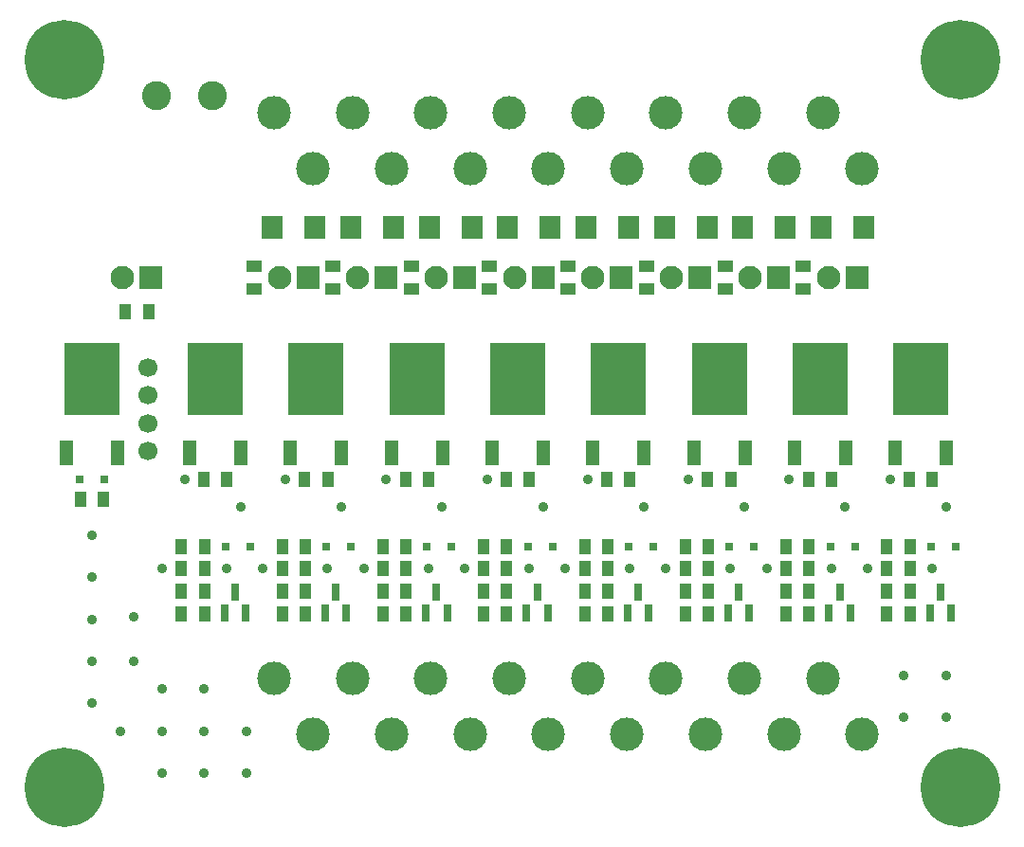
<source format=gts>
G04 Layer_Color=8388736*
%FSLAX25Y25*%
%MOIN*%
G70*
G01*
G75*
%ADD10R,0.05118X0.08661*%
%ADD11R,0.19685X0.25197*%
%ADD12R,0.04134X0.05709*%
%ADD13R,0.02756X0.02756*%
%ADD14R,0.05709X0.04134*%
%ADD15R,0.07480X0.07874*%
%ADD16R,0.02756X0.05906*%
%ADD17C,0.10236*%
%ADD18C,0.27953*%
%ADD19C,0.11824*%
%ADD20C,0.08268*%
%ADD21R,0.08268X0.08268*%
%ADD22C,0.03543*%
%ADD23C,0.06693*%
D10*
X63858Y137402D02*
D03*
X81811D02*
D03*
X20551D02*
D03*
X38504D02*
D03*
X311890D02*
D03*
X329842D02*
D03*
X276457D02*
D03*
X294409D02*
D03*
X241024D02*
D03*
X258976D02*
D03*
X205591D02*
D03*
X223543D02*
D03*
X170158D02*
D03*
X188110D02*
D03*
X134724D02*
D03*
X152677D02*
D03*
X99291D02*
D03*
X117244D02*
D03*
D11*
X72835Y163386D02*
D03*
X29528D02*
D03*
X320866D02*
D03*
X285433D02*
D03*
X250000D02*
D03*
X214567D02*
D03*
X179134D02*
D03*
X143701D02*
D03*
X108268D02*
D03*
D12*
X25492Y121063D02*
D03*
X33563D02*
D03*
X49311Y187008D02*
D03*
X41240D02*
D03*
X68799Y127953D02*
D03*
X76870D02*
D03*
X68996Y88583D02*
D03*
X60925D02*
D03*
X68996Y80709D02*
D03*
X60925D02*
D03*
X60925Y96457D02*
D03*
X68996D02*
D03*
X60925Y104331D02*
D03*
X68996D02*
D03*
X104232Y127953D02*
D03*
X112303D02*
D03*
X104429Y88583D02*
D03*
X96358D02*
D03*
X104429Y80709D02*
D03*
X96358D02*
D03*
X96358Y96457D02*
D03*
X104429D02*
D03*
X96358Y104331D02*
D03*
X104429D02*
D03*
X139665Y127953D02*
D03*
X147736D02*
D03*
X139862Y88583D02*
D03*
X131791D02*
D03*
X139862Y80709D02*
D03*
X131791D02*
D03*
X131791Y96457D02*
D03*
X139862D02*
D03*
X131791Y104331D02*
D03*
X139862D02*
D03*
X175098Y127953D02*
D03*
X183169D02*
D03*
X175295Y88583D02*
D03*
X167224D02*
D03*
X175295Y80709D02*
D03*
X167224D02*
D03*
X167224Y96457D02*
D03*
X175295D02*
D03*
X167224Y104331D02*
D03*
X175295D02*
D03*
X210531Y127953D02*
D03*
X218602D02*
D03*
X210728Y88583D02*
D03*
X202658D02*
D03*
X210728Y80709D02*
D03*
X202658D02*
D03*
X202658Y96457D02*
D03*
X210728D02*
D03*
X202658Y104331D02*
D03*
X210728D02*
D03*
X245965Y127953D02*
D03*
X254035D02*
D03*
X246161Y88583D02*
D03*
X238090D02*
D03*
X246161Y80709D02*
D03*
X238090D02*
D03*
X238090Y96457D02*
D03*
X246161D02*
D03*
X238090Y104331D02*
D03*
X246161D02*
D03*
X281398Y127953D02*
D03*
X289469D02*
D03*
X281594Y88583D02*
D03*
X273524D02*
D03*
X281594Y80709D02*
D03*
X273524D02*
D03*
X273524Y96457D02*
D03*
X281594D02*
D03*
X273524Y104331D02*
D03*
X281594D02*
D03*
X316831Y127953D02*
D03*
X324902D02*
D03*
X317028Y88583D02*
D03*
X308957D02*
D03*
X317028Y80709D02*
D03*
X308957D02*
D03*
X308957Y96457D02*
D03*
X317028D02*
D03*
X308957Y104331D02*
D03*
X317028D02*
D03*
D13*
X33858Y127953D02*
D03*
X25197D02*
D03*
X76378Y104331D02*
D03*
X85039D02*
D03*
X111811Y104331D02*
D03*
X120472D02*
D03*
X147244Y104331D02*
D03*
X155905D02*
D03*
X182677Y104331D02*
D03*
X191339D02*
D03*
X218110D02*
D03*
X226772D02*
D03*
X253543D02*
D03*
X262205D02*
D03*
X288976D02*
D03*
X297638D02*
D03*
X324410Y104331D02*
D03*
X333071D02*
D03*
D14*
X86614Y202854D02*
D03*
Y194783D02*
D03*
X114173Y202854D02*
D03*
Y194783D02*
D03*
X141732Y202854D02*
D03*
Y194783D02*
D03*
X169291Y202854D02*
D03*
Y194783D02*
D03*
X196850Y202854D02*
D03*
Y194783D02*
D03*
X224410Y202854D02*
D03*
Y194783D02*
D03*
X251969Y202854D02*
D03*
Y194783D02*
D03*
X279528Y202854D02*
D03*
Y194783D02*
D03*
D15*
X107874Y216535D02*
D03*
X92913D02*
D03*
X135433D02*
D03*
X120473D02*
D03*
X162992D02*
D03*
X148031D02*
D03*
X190551D02*
D03*
X175591D02*
D03*
X218110D02*
D03*
X203150D02*
D03*
X245669D02*
D03*
X230709D02*
D03*
X273228D02*
D03*
X258268D02*
D03*
X300787D02*
D03*
X285827D02*
D03*
D16*
X75984Y80905D02*
D03*
X83465D02*
D03*
X79724Y88386D02*
D03*
X111417Y80905D02*
D03*
X118898D02*
D03*
X115157Y88386D02*
D03*
X146850Y80905D02*
D03*
X154331D02*
D03*
X150591Y88386D02*
D03*
X182283Y80905D02*
D03*
X189764D02*
D03*
X186024Y88386D02*
D03*
X217717Y80905D02*
D03*
X225197D02*
D03*
X221457Y88386D02*
D03*
X253150Y80905D02*
D03*
X260630D02*
D03*
X256890Y88386D02*
D03*
X288583Y80905D02*
D03*
X296063D02*
D03*
X292323Y88386D02*
D03*
X324016Y80905D02*
D03*
X331496D02*
D03*
X327756Y88386D02*
D03*
D17*
X52165Y262795D02*
D03*
X71850D02*
D03*
D18*
X19685Y275590D02*
D03*
Y19685D02*
D03*
X334646Y275590D02*
D03*
Y19685D02*
D03*
D19*
X300197Y38189D02*
D03*
X272638D02*
D03*
X286417Y57874D02*
D03*
X258858D02*
D03*
X93504D02*
D03*
X107283Y38189D02*
D03*
X121063Y57874D02*
D03*
X134843Y38189D02*
D03*
X189961D02*
D03*
X203740Y57874D02*
D03*
X217520Y38189D02*
D03*
X231299Y57874D02*
D03*
X245079Y38189D02*
D03*
X176181Y57874D02*
D03*
X162402Y38189D02*
D03*
X148622Y57874D02*
D03*
X93504Y257087D02*
D03*
X121063D02*
D03*
X107283Y237402D02*
D03*
X134843D02*
D03*
X300197D02*
D03*
X286417Y257087D02*
D03*
X272638Y237402D02*
D03*
X258858Y257087D02*
D03*
X203740D02*
D03*
X189961Y237402D02*
D03*
X176181Y257087D02*
D03*
X162402Y237402D02*
D03*
X148622Y257087D02*
D03*
X217520Y237402D02*
D03*
X231299Y257087D02*
D03*
X245079Y237402D02*
D03*
D20*
X40276Y198819D02*
D03*
X95394D02*
D03*
X122953D02*
D03*
X150512D02*
D03*
X178071D02*
D03*
X205630D02*
D03*
X233189D02*
D03*
X260748D02*
D03*
X288307D02*
D03*
D21*
X50276D02*
D03*
X105394D02*
D03*
X132953D02*
D03*
X160512D02*
D03*
X188071D02*
D03*
X215630D02*
D03*
X243189D02*
D03*
X270748D02*
D03*
X298307D02*
D03*
D22*
X68898Y54134D02*
D03*
X29528Y108268D02*
D03*
X83661Y24606D02*
D03*
X68898D02*
D03*
X54134D02*
D03*
X314961Y44291D02*
D03*
Y59055D02*
D03*
X329724D02*
D03*
Y44291D02*
D03*
X44291Y79724D02*
D03*
Y63976D02*
D03*
X54134Y54134D02*
D03*
X68898Y39370D02*
D03*
X54134D02*
D03*
X39370D02*
D03*
X83661D02*
D03*
X29528Y49213D02*
D03*
Y63976D02*
D03*
Y78740D02*
D03*
Y93504D02*
D03*
X329724Y118110D02*
D03*
X294291D02*
D03*
X258858D02*
D03*
X223425D02*
D03*
X187992D02*
D03*
X152559D02*
D03*
X117126D02*
D03*
X81693D02*
D03*
X324803Y96457D02*
D03*
X289370D02*
D03*
X253937D02*
D03*
X218504D02*
D03*
X183071D02*
D03*
X147638D02*
D03*
X112205D02*
D03*
X54134D02*
D03*
X302165D02*
D03*
X266732D02*
D03*
X239173Y127953D02*
D03*
X203740D02*
D03*
X231299Y96457D02*
D03*
X195866D02*
D03*
X168307Y127953D02*
D03*
X160433Y96457D02*
D03*
X125000D02*
D03*
X132874Y127953D02*
D03*
X97441D02*
D03*
X62008D02*
D03*
X76772Y96457D02*
D03*
X89567D02*
D03*
X310039Y127953D02*
D03*
X274606D02*
D03*
D23*
X49213Y167323D02*
D03*
Y137795D02*
D03*
Y147638D02*
D03*
Y157480D02*
D03*
M02*

</source>
